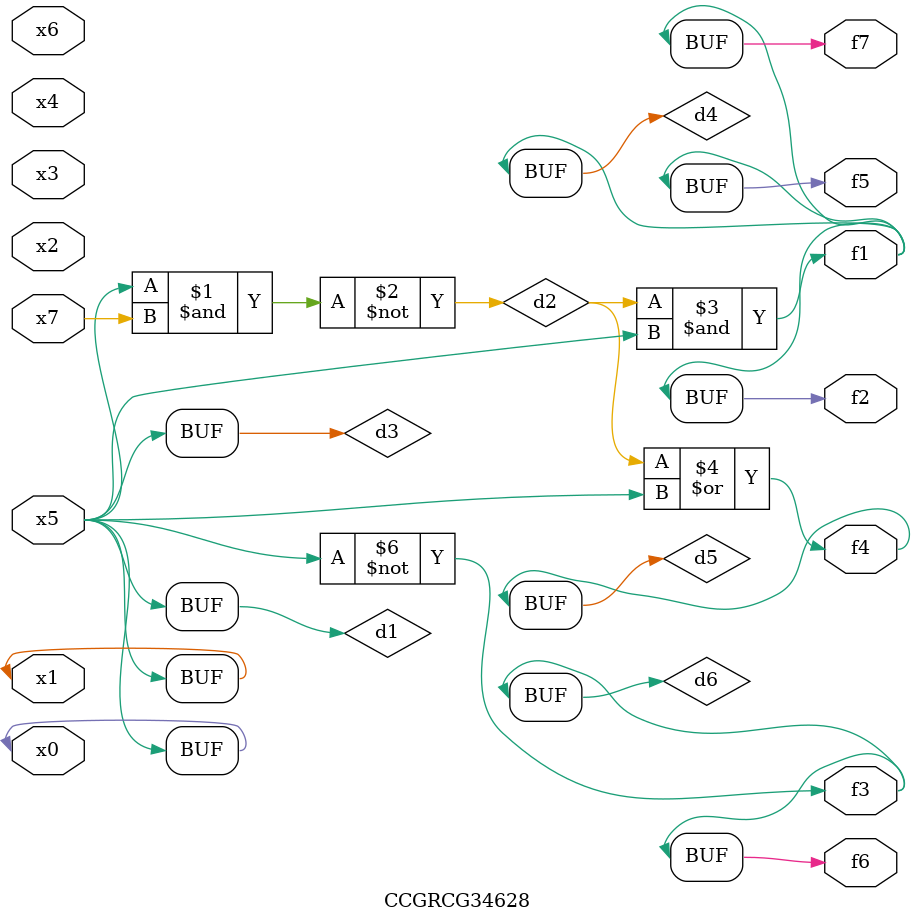
<source format=v>
module CCGRCG34628(
	input x0, x1, x2, x3, x4, x5, x6, x7,
	output f1, f2, f3, f4, f5, f6, f7
);

	wire d1, d2, d3, d4, d5, d6;

	buf (d1, x0, x5);
	nand (d2, x5, x7);
	buf (d3, x0, x1);
	and (d4, d2, d3);
	or (d5, d2, d3);
	nor (d6, d1, d3);
	assign f1 = d4;
	assign f2 = d4;
	assign f3 = d6;
	assign f4 = d5;
	assign f5 = d4;
	assign f6 = d6;
	assign f7 = d4;
endmodule

</source>
